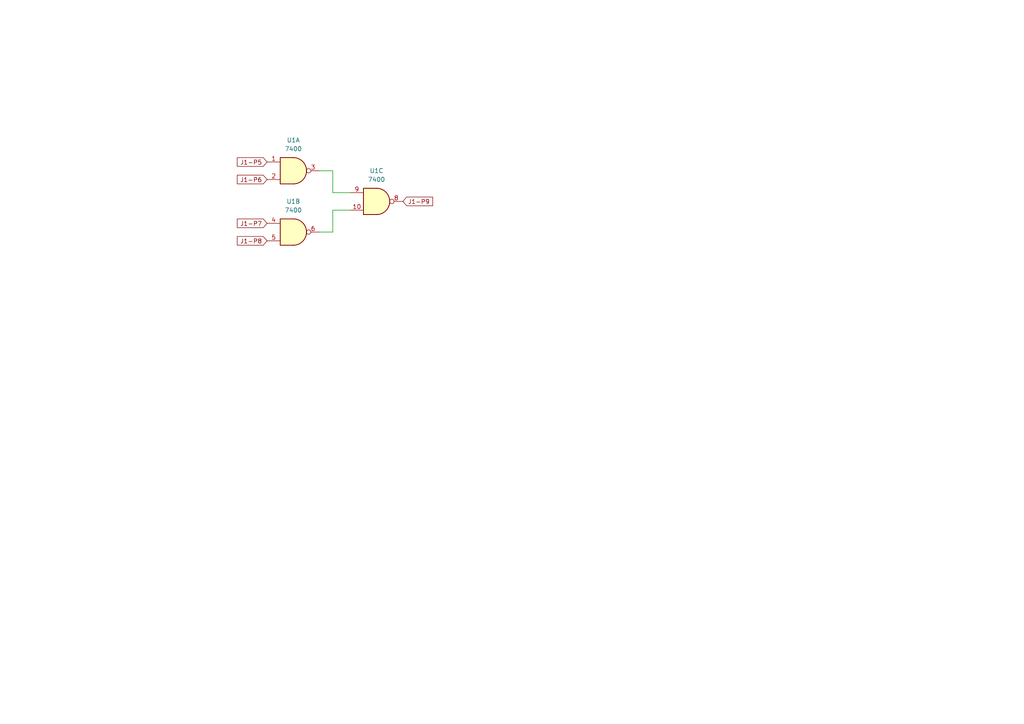
<source format=kicad_sch>
(kicad_sch (version 20250114) (generator "eeschema") (generator_version "9.0")
  (paper "A4")
  (lib_symbols
    (symbol "74xx:7400" (pin_names (offset 1.016))
      (property "Reference" "U" (at 0 1.27 0))
      (property "Value" "7400" (at 0 -1.27 0))
      (symbol "7400_1_1"
        (arc (start 0 3.81) (mid 3.7934 0) (end 0 -3.81) (stroke (width 0.254)) (fill (type background)))
        (polyline (pts (xy 0 3.81) (xy -3.81 3.81) (xy -3.81 -3.81) (xy 0 -3.81)) (stroke (width 0.254)) (fill (type background)))
        (pin input line (at -7.62 2.54 0) (length 3.81) (name "~") (number "1"))
        (pin input line (at -7.62 -2.54 0) (length 3.81) (name "~") (number "2"))
        (pin output inverted (at 7.62 0 180) (length 3.81) (name "~") (number "3"))
      )
      (symbol "7400_1_2"
        (arc (start -3.81 3.81) (mid -2.589 0) (end -3.81 -3.81) (stroke (width 0.254)))
        (polyline (pts (xy -3.81 3.81) (xy -0.635 3.81)) (stroke (width 0.254)) (fill (type background)))
        (polyline (pts (xy -3.81 -3.81) (xy -0.635 -3.81)) (stroke (width 0.254)) (fill (type background)))
        (arc (start 3.81 0) (mid 2.1855 -2.584) (end -0.6096 -3.81) (stroke (width 0.254)) (fill (type background)))
        (arc (start -0.6096 3.81) (mid 2.1928 2.5924) (end 3.81 0) (stroke (width 0.254)) (fill (type background)))
        (polyline (pts (xy -0.635 3.81) (xy -3.81 3.81) (xy -3.81 3.81) (xy -3.556 3.4036) (xy -3.0226 2.2606) (xy -2.6924 1.0414) (xy -2.6162 -0.254) (xy -2.7686 -1.4986) (xy -3.175 -2.7178) (xy -3.81 -3.81) (xy -3.81 -3.81) (xy -0.635 -3.81)) (stroke (width -25.4)) (fill (type background)))
        (pin input inverted (at -7.62 2.54 0) (length 4.318) (name "~") (number "1"))
        (pin input inverted (at -7.62 -2.54 0) (length 4.318) (name "~") (number "2"))
        (pin output line (at 7.62 0 180) (length 3.81) (name "~") (number "3"))
      )
      (symbol "7400_2_1"
        (arc (start 0 3.81) (mid 3.7934 0) (end 0 -3.81) (stroke (width 0.254)) (fill (type background)))
        (polyline (pts (xy 0 3.81) (xy -3.81 3.81) (xy -3.81 -3.81) (xy 0 -3.81)) (stroke (width 0.254)) (fill (type background)))
        (pin input line (at -7.62 2.54 0) (length 3.81) (name "~") (number "4"))
        (pin input line (at -7.62 -2.54 0) (length 3.81) (name "~") (number "5"))
        (pin output inverted (at 7.62 0 180) (length 3.81) (name "~") (number "6"))
      )
      (symbol "7400_2_2"
        (arc (start -3.81 3.81) (mid -2.589 0) (end -3.81 -3.81) (stroke (width 0.254)))
        (polyline (pts (xy -3.81 3.81) (xy -0.635 3.81)) (stroke (width 0.254)) (fill (type background)))
        (polyline (pts (xy -3.81 -3.81) (xy -0.635 -3.81)) (stroke (width 0.254)) (fill (type background)))
        (arc (start 3.81 0) (mid 2.1855 -2.584) (end -0.6096 -3.81) (stroke (width 0.254)) (fill (type background)))
        (arc (start -0.6096 3.81) (mid 2.1928 2.5924) (end 3.81 0) (stroke (width 0.254)) (fill (type background)))
        (polyline (pts (xy -0.635 3.81) (xy -3.81 3.81) (xy -3.81 3.81) (xy -3.556 3.4036) (xy -3.0226 2.2606) (xy -2.6924 1.0414) (xy -2.6162 -0.254) (xy -2.7686 -1.4986) (xy -3.175 -2.7178) (xy -3.81 -3.81) (xy -3.81 -3.81) (xy -0.635 -3.81)) (stroke (width -25.4)) (fill (type background)))
        (pin input inverted (at -7.62 2.54 0) (length 4.318) (name "~") (number "4"))
        (pin input inverted (at -7.62 -2.54 0) (length 4.318) (name "~") (number "5"))
        (pin output line (at 7.62 0 180) (length 3.81) (name "~") (number "6"))
      )
      (symbol "7400_3_1"
        (arc (start 0 3.81) (mid 3.7934 0) (end 0 -3.81) (stroke (width 0.254)) (fill (type background)))
        (polyline (pts (xy 0 3.81) (xy -3.81 3.81) (xy -3.81 -3.81) (xy 0 -3.81)) (stroke (width 0.254)) (fill (type background)))
        (pin input line (at -7.62 2.54 0) (length 3.81) (name "~") (number "9"))
        (pin input line (at -7.62 -2.54 0) (length 3.81) (name "~") (number "10"))
        (pin output inverted (at 7.62 0 180) (length 3.81) (name "~") (number "8"))
      )
      (symbol "7400_3_2"
        (arc (start -3.81 3.81) (mid -2.589 0) (end -3.81 -3.81) (stroke (width 0.254)))
        (polyline (pts (xy -3.81 3.81) (xy -0.635 3.81)) (stroke (width 0.254)) (fill (type background)))
        (polyline (pts (xy -3.81 -3.81) (xy -0.635 -3.81)) (stroke (width 0.254)) (fill (type background)))
        (arc (start 3.81 0) (mid 2.1855 -2.584) (end -0.6096 -3.81) (stroke (width 0.254)) (fill (type background)))
        (arc (start -0.6096 3.81) (mid 2.1928 2.5924) (end 3.81 0) (stroke (width 0.254)) (fill (type background)))
        (polyline (pts (xy -0.635 3.81) (xy -3.81 3.81) (xy -3.81 3.81) (xy -3.556 3.4036) (xy -3.0226 2.2606) (xy -2.6924 1.0414) (xy -2.6162 -0.254) (xy -2.7686 -1.4986) (xy -3.175 -2.7178) (xy -3.81 -3.81) (xy -3.81 -3.81) (xy -0.635 -3.81)) (stroke (width -25.4)) (fill (type background)))
        (pin input inverted (at -7.62 2.54 0) (length 4.318) (name "~") (number "9"))
        (pin input inverted (at -7.62 -2.54 0) (length 4.318) (name "~") (number "10"))
        (pin output line (at 7.62 0 180) (length 3.81) (name "~") (number "8"))
      )
      (symbol "7400_4_1"
        (arc (start 0 3.81) (mid 3.7934 0) (end 0 -3.81) (stroke (width 0.254)) (fill (type background)))
        (polyline (pts (xy 0 3.81) (xy -3.81 3.81) (xy -3.81 -3.81) (xy 0 -3.81)) (stroke (width 0.254)) (fill (type background)))
        (pin input line (at -7.62 2.54 0) (length 3.81) (name "~") (number "12"))
        (pin input line (at -7.62 -2.54 0) (length 3.81) (name "~") (number "13"))
        (pin output inverted (at 7.62 0 180) (length 3.81) (name "~") (number "11"))
      )
      (symbol "7400_4_2"
        (arc (start -3.81 3.81) (mid -2.589 0) (end -3.81 -3.81) (stroke (width 0.254)))
        (polyline (pts (xy -3.81 3.81) (xy -0.635 3.81)) (stroke (width 0.254)) (fill (type background)))
        (polyline (pts (xy -3.81 -3.81) (xy -0.635 -3.81)) (stroke (width 0.254)) (fill (type background)))
        (arc (start 3.81 0) (mid 2.1855 -2.584) (end -0.6096 -3.81) (stroke (width 0.254)) (fill (type background)))
        (arc (start -0.6096 3.81) (mid 2.1928 2.5924) (end 3.81 0) (stroke (width 0.254)) (fill (type background)))
        (polyline (pts (xy -0.635 3.81) (xy -3.81 3.81) (xy -3.81 3.81) (xy -3.556 3.4036) (xy -3.0226 2.2606) (xy -2.6924 1.0414) (xy -2.6162 -0.254) (xy -2.7686 -1.4986) (xy -3.175 -2.7178) (xy -3.81 -3.81) (xy -3.81 -3.81) (xy -0.635 -3.81)) (stroke (width -25.4)) (fill (type background)))
        (pin input inverted (at -7.62 2.54 0) (length 4.318) (name "~") (number "12"))
        (pin input inverted (at -7.62 -2.54 0) (length 4.318) (name "~") (number "13"))
        (pin output line (at 7.62 0 180) (length 3.81) (name "~") (number "11"))
      )
      (symbol "7400_5_0"
        (pin power_in line (at 0 12.7 270) (length 5.08) (name "VCC") (number "14"))
        (pin power_in line (at 0 -12.7 90) (length 5.08) (name "GND") (number "7"))
      )
      (symbol "7400_5_1"
        (rectangle (start -5.08 7.62) (end 5.08 -7.62) (stroke (width 0.254)) (fill (type background)))
      )
    )
  )
  (wire (pts (xy 96.52 60.96) (xy 96.52 67.31)))
  (wire (pts (xy 96.52 55.88) (xy 101.6 55.88)))
  (wire (pts (xy 92.71 49.53) (xy 96.52 49.53)))
  (wire (pts (xy 92.71 67.31) (xy 96.52 67.31)))
  (wire (pts (xy 96.52 60.96) (xy 101.6 60.96)))
  (wire (pts (xy 96.52 49.53) (xy 96.52 55.88)))
  (global_label "J1-P7" (shape input) (at 77.47 64.77 180) (property "Intersheetrefs" "${INTERSHEET_REFS}" (effects (hide yes))))
  (global_label "J1-P8" (shape input) (at 77.47 69.85 180) (property "Intersheetrefs" "${INTERSHEET_REFS}" (effects (hide yes))))
  (global_label "J1-P9" (shape input) (at 116.84 58.42 0) (property "Intersheetrefs" "${INTERSHEET_REFS}" (effects (hide yes))))
  (global_label "J1-P6" (shape input) (at 77.47 52.07 180) (property "Intersheetrefs" "${INTERSHEET_REFS}" (effects (hide yes))))
  (global_label "J1-P5" (shape input) (at 77.47 46.99 180) (property "Intersheetrefs" "${INTERSHEET_REFS}" (effects (hide yes))))
  (symbol (lib_id "74xx:7400") (at 85.09 49.53 0) (unit 1)
    (property "Reference" "U1" (at 85.0817 40.64 0))
    (property "Value" "7400" (at 85.0817 43.18 0))
    (property "Datasheet" "http://www.ti.com/lit/gpn/sn7400" (effects (hide yes)))
    (property "Description" "quad 2-input NAND gate" (effects (hide yes)))
  )
  (symbol (lib_id "74xx:7400") (at 109.22 58.42 0) (unit 3)
    (property "Reference" "U1" (at 109.2117 49.53 0))
    (property "Value" "7400" (at 109.2117 52.07 0))
    (property "Datasheet" "http://www.ti.com/lit/gpn/sn7400" (effects (hide yes)))
    (property "Description" "quad 2-input NAND gate" (effects (hide yes)))
  )
  (symbol (lib_id "74xx:7400") (at 85.09 67.31 0) (unit 2)
    (property "Reference" "U1" (at 85.0817 58.42 0))
    (property "Value" "7400" (at 85.0817 60.96 0))
    (property "Datasheet" "http://www.ti.com/lit/gpn/sn7400" (effects (hide yes)))
    (property "Description" "quad 2-input NAND gate" (effects (hide yes)))
  )
)
</source>
